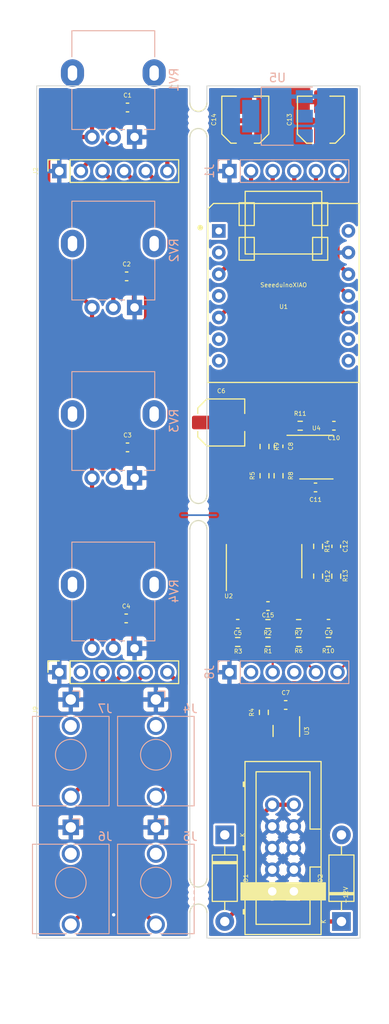
<source format=kicad_pcb>
(kicad_pcb (version 20211014) (generator pcbnew)
  (layers (0 "F.Cu" signal) (31 "B.Cu" signal) (34 "B.Paste" user) (35 "F.Paste" user) (36 "B.SilkS" user "B.Silkscreen") (37 "F.SilkS" user "F.Silkscreen") (38 "B.Mask" user) (39 "F.Mask" user) (44 "Edge.Cuts" user))
  (net 0 "")
  (net 1 "+12V")
  (net 2 "GND")
  (net 3 "+5V")
  (net 4 "/POT1_IN")
  (net 5 "/POT2_IN")
  (net 6 "/POT3_IN")
  (net 7 "/POT4_IN")
  (net 8 "/AUDIO_OUT")
  (net 9 "-12V")
  (net 10 "/VREF_-10")
  (net 11 "+3V3")
  (net 12 "/CV1_IN")
  (net 13 "/CV2_IN")
  (net 14 "/VOCT_IN")
  (net 15 "Net-(D1-Pad2)")
  (net 16 "Net-(D2-Pad1)")
  (net 17 "/JACK_VOCT")
  (net 18 "/JACK_CV1")
  (net 19 "/JACK_CV2")
  (net 20 "/JACK_OUT")
  (net 21 "Net-(C5-Pad1)")
  (net 22 "Net-(C8-Pad2)")
  (net 23 "Net-(U4-Pad6)")
  (net 24 "Net-(C6-Pad2)")
  (net 25 "Net-(C8-Pad1)")
  (net 26 "Net-(C9-Pad1)")
  (net 27 "Net-(C12-Pad1)")
  (net 28 "Net-(J4-PadT)")
  (net 30 "Net-(J5-PadT)")
  (net 33 "Net-(J6-PadT)")
  (net 34 "Net-(J7-PadT)")
  (net 39 "Net-(U2-Pad13)")
  (net 40 "Net-(J2-Pad4)")
  (net 43 "Net-(J2-Pad2)")
  (net 44 "Net-(C2-Pad1)")
  (net 45 "Net-(J2-Pad5)")
  (net 46 "Net-(J2-Pad6)")
  (footprint "Resistor_SMD:R_0603_1608Metric_Pad0.98x0.95mm_HandSolder" (layer "F.Cu") (at 177.1761 115.2526 180)
    (fp_text reference "R1" (at 0 -1.0668 unlocked) (layer "F.SilkS") (effects (font (size 0.5 0.5) (thickness 0.08))))
    (fp_text value "100k")
    (pad "1" smd roundrect locked (at -0.9125 0 180) (size 0.975 0.95) (layers "F.Cu" "F.Paste" "F.Mask") (net 19 "/JACK_CV2"))
    (pad "2" smd roundrect locked (at 0.9125 0 180) (size 0.975 0.95) (layers "F.Cu" "F.Paste" "F.Mask") (net 21 "Net-(C5-Pad1)"))
  )
  (footprint "Panelization:mouse-bite-2mm-slot" (layer "F.Cu") (at 169 100 90)
    (fp_text reference "mouse-bite-2mm-slot" hide)
    (fp_text value "VAL**" hide)
    (pad "" np_thru_hole circle locked (at 0.75 0.75 90) (size 0.5 0.5) (drill 0.5) (layers *.Cu *.Mask))
    (pad "" np_thru_hole circle locked (at 0 0.75 90) (size 0.5 0.5) (drill 0.5) (layers *.Cu *.Mask))
    (pad "" np_thru_hole circle locked (at -0.75 0.75 90) (size 0.5 0.5) (drill 0.5) (layers *.Cu *.Mask))
    (pad "" np_thru_hole circle locked (at 0.75 -0.75 90) (size 0.5 0.5) (drill 0.5) (layers *.Cu *.Mask))
    (pad "" np_thru_hole circle locked (at -0.75 -0.75 90) (size 0.5 0.5) (drill 0.5) (layers *.Cu *.Mask))
    (pad "" np_thru_hole circle locked (at 0 -0.75 90) (size 0.5 0.5) (drill 0.5) (layers *.Cu *.Mask))
  )
  (footprint "Resistor_SMD:R_0603_1608Metric_Pad0.98x0.95mm_HandSolder" (layer "F.Cu") (at 176.7705 92.3145 -90)
    (fp_text reference "R9" (at 0 -1.43 90 unlocked) (layer "F.SilkS") (effects (font (size 0.5 0.5) (thickness 0.08))))
    (fp_text value "68k")
    (pad "1" smd roundrect locked (at -0.9125 0 270) (size 0.975 0.95) (layers "F.Cu" "F.Paste" "F.Mask") (net 25 "Net-(C8-Pad1)"))
    (pad "2" smd roundrect locked (at 0.9125 0 270) (size 0.975 0.95) (layers "F.Cu" "F.Paste" "F.Mask") (net 22 "Net-(C8-Pad2)"))
  )
  (footprint "Resistor_SMD:R_0603_1608Metric_Pad0.98x0.95mm_HandSolder" (layer "F.Cu") (at 183.0708 104.0258 90)
    (fp_text reference "R14" (at -0.0019 1.0668 90 unlocked) (layer "F.SilkS") (effects (font (size 0.5 0.5) (thickness 0.08))))
    (fp_text value "100k")
    (pad "1" smd roundrect locked (at -0.9125 0 90) (size 0.975 0.95) (layers "F.Cu" "F.Paste" "F.Mask") (net 27 "Net-(C12-Pad1)"))
    (pad "2" smd roundrect locked (at 0.9125 0 90) (size 0.975 0.95) (layers "F.Cu" "F.Paste" "F.Mask") (net 14 "/VOCT_IN"))
  )
  (footprint "Resistor_SMD:R_0603_1608Metric_Pad0.98x0.95mm_HandSolder" (layer "F.Cu") (at 177.178 113.1444 180)
    (fp_text reference "R2" (at 0.0284 -1.0414 unlocked) (layer "F.SilkS") (effects (font (size 0.5 0.5) (thickness 0.08))))
    (fp_text value "200k")
    (pad "1" smd roundrect locked (at -0.9125 0 180) (size 0.975 0.95) (layers "F.Cu" "F.Paste" "F.Mask") (net 10 "/VREF_-10"))
    (pad "2" smd roundrect locked (at 0.9125 0 180) (size 0.975 0.95) (layers "F.Cu" "F.Paste" "F.Mask") (net 21 "Net-(C5-Pad1)"))
  )
  (footprint "Connector_PinSocket_2.54mm:PinSocket_1x06_P2.54mm_Vertical" (layer "F.Cu") (at 152.65 60 90)
    (fp_text reference "J2" (at 0 -2.77 90 unlocked) (layer "F.SilkS") (effects (font (size 0.5 0.5) (thickness 0.08))))
    (fp_text value "C2F")
    (pad "1" thru_hole rect locked (at 0 0 90) (size 1.7 1.7) (drill 1) (layers *.Cu *.Mask) (net 2 "GND"))
    (pad "2" thru_hole oval locked (at 0 2.54 90) (size 1.7 1.7) (drill 1) (layers *.Cu *.Mask) (net 43 "Net-(J2-Pad2)"))
    (pad "3" thru_hole oval locked (at 0 5.08 90) (size 1.7 1.7) (drill 1) (layers *.Cu *.Mask) (net 44 "Net-(C2-Pad1)"))
    (pad "4" thru_hole oval locked (at 0 7.62 90) (size 1.7 1.7) (drill 1) (layers *.Cu *.Mask) (net 40 "Net-(J2-Pad4)"))
    (pad "5" thru_hole oval locked (at 0 10.16 90) (size 1.7 1.7) (drill 1) (layers *.Cu *.Mask) (net 45 "Net-(J2-Pad5)"))
    (pad "6" thru_hole oval locked (at 0 12.7 90) (size 1.7 1.7) (drill 1) (layers *.Cu *.Mask) (net 46 "Net-(J2-Pad6)"))
  )
  (footprint "Panelization:mouse-bite-2mm-slot" (layer "F.Cu") (at 169 145 90)
    (fp_text reference "mouse-bite-2mm-slot" hide)
    (fp_text value "VAL**" hide)
    (pad "" np_thru_hole circle locked (at 0 0.75 90) (size 0.5 0.5) (drill 0.5) (layers *.Cu *.Mask))
    (pad "" np_thru_hole circle locked (at -0.75 -0.75 90) (size 0.5 0.5) (drill 0.5) (layers *.Cu *.Mask))
    (pad "" np_thru_hole circle locked (at -0.75 0.75 90) (size 0.5 0.5) (drill 0.5) (layers *.Cu *.Mask))
    (pad "" np_thru_hole circle locked (at 0.75 -0.75 90) (size 0.5 0.5) (drill 0.5) (layers *.Cu *.Mask))
    (pad "" np_thru_hole circle locked (at 0 -0.75 90) (size 0.5 0.5) (drill 0.5) (layers *.Cu *.Mask))
    (pad "" np_thru_hole circle locked (at 0.75 0.75 90) (size 0.5 0.5) (drill 0.5) (layers *.Cu *.Mask))
  )
  (footprint "Capacitor_SMD:C_0603_1608Metric_Pad1.08x0.95mm_HandSolder" (layer "F.Cu") (at 179.26 122.644)
    (fp_text reference "C7" (at 0 -1.43 unlocked) (layer "F.SilkS") (effects (font (size 0.5 0.5) (thickness 0.08))))
    (fp_text value "100n")
    (pad "1" smd roundrect locked (at -0.8625 0) (size 1.075 0.95) (layers "F.Cu" "F.Paste" "F.Mask") (net 10 "/VREF_-10"))
    (pad "2" smd roundrect locked (at 0.8625 0) (size 1.075 0.95) (layers "F.Cu" "F.Paste" "F.Mask") (net 9 "-12V"))
  )
  (footprint "Resistor_SMD:R_0603_1608Metric_Pad0.98x0.95mm_HandSolder" (layer "F.Cu") (at 176.7705 95.7435 90)
    (fp_text reference "R5" (at 0 -1.43 90 unlocked) (layer "F.SilkS") (effects (font (size 0.5 0.5) (thickness 0.08))))
    (fp_text value "47k")
    (pad "1" smd roundrect locked (at -0.9125 0 90) (size 0.975 0.95) (layers "F.Cu" "F.Paste" "F.Mask") (net 24 "Net-(C6-Pad2)"))
    (pad "2" smd roundrect locked (at 0.9125 0 90) (size 0.975 0.95) (layers "F.Cu" "F.Paste" "F.Mask") (net 2 "GND"))
  )
  (footprint "Capacitor_SMD:C_0603_1608Metric_Pad1.08x0.95mm_HandSolder" (layer "F.Cu") (at 173.625 113.119 180)
    (fp_text reference "C5" (at -0.0011 -1.0668 unlocked) (layer "F.SilkS") (effects (font (size 0.5 0.5) (thickness 0.08))))
    (fp_text value "47p")
    (pad "1" smd roundrect locked (at -0.8625 0 180) (size 1.075 0.95) (layers "F.Cu" "F.Paste" "F.Mask") (net 21 "Net-(C5-Pad1)"))
    (pad "2" smd roundrect locked (at 0.8625 0 180) (size 1.075 0.95) (layers "F.Cu" "F.Paste" "F.Mask") (net 12 "/CV1_IN"))
  )
  (footprint "Personal:Seeeduino_XIAO_THT" (layer "F.Cu") (at 179.013151 74.638)
    (fp_text reference "U1" (at 0 1.27 unlocked) (layer "F.SilkS") (effects (font (size 0.5 0.5) (thickness 0.08))))
    (fp_text value "SeeeduinoXIAO" (at 0 -1.27 unlocked) (layer "F.SilkS") (effects (font (size 0.5 0.5) (thickness 0.08))))
    (pad "1" thru_hole rect (at -7.62 -7.62) (size 1.6 1.6) (drill 0.8) (layers *.Cu *.Mask) (net 8 "/AUDIO_OUT"))
    (pad "2" thru_hole oval (at -7.62 -5.08) (size 1.6 1.6) (drill 0.8) (layers *.Cu *.Mask))
    (pad "3" thru_hole oval (at -7.62 -2.54) (size 1.6 1.6) (drill 0.8) (layers *.Cu *.Mask) (net 7 "/POT4_IN"))
    (pad "4" thru_hole oval (at -7.62 0) (size 1.6 1.6) (drill 0.8) (layers *.Cu *.Mask) (net 12 "/CV1_IN"))
    (pad "5" thru_hole oval (at -7.62 2.54) (size 1.6 1.6) (drill 0.8) (layers *.Cu *.Mask) (net 6 "/POT3_IN"))
    (pad "6" thru_hole oval (at -7.62 5.08) (size 1.6 1.6) (drill 0.8) (layers *.Cu *.Mask))
    (pad "7" thru_hole oval (at -7.62 7.62) (size 1.6 1.6) (drill 0.8) (layers *.Cu *.Mask) (net 13 "/CV2_IN"))
    (pad "8" thru_hole oval (at 7.62 7.62) (size 1.6 1.6) (drill 0.8) (layers *.Cu *.Mask) (net 14 "/VOCT_IN"))
    (pad "9" thru_hole oval (at 7.62 5.08) (size 1.6 1.6) (drill 0.8) (layers *.Cu *.Mask))
    (pad "10" thru_hole oval (at 7.62 2.54) (size 1.6 1.6) (drill 0.8) (layers *.Cu *.Mask) (net 5 "/POT2_IN"))
    (pad "11" thru_hole oval (at 7.62 0) (size 1.6 1.6) (drill 0.8) (layers *.Cu *.Mask) (net 4 "/POT1_IN"))
    (pad "12" thru_hole oval (at 7.62 -2.54) (size 1.6 1.6) (drill 0.8) (layers *.Cu *.Mask) (net 11 "+3V3"))
    (pad "13" thru_hole oval (at 7.62 -5.08) (size 1.6 1.6) (drill 0.8) (layers *.Cu *.Mask) (net 2 "GND"))
    (pad "14" thru_hole oval (at 7.62 -7.62) (size 1.6 1.6) (drill 0.8) (layers *.Cu *.Mask) (net 3 "+5V"))
  )
  (footprint "Capacitor_SMD:C_0603_1608Metric_Pad1.08x0.95mm_HandSolder" (layer "F.Cu") (at 184.925 89.878 180)
    (fp_text reference "C10" (at 0 -1.43 unlocked) (layer "F.SilkS") (effects (font (size 0.5 0.5) (thickness 0.08))))
    (fp_text value "100n")
    (pad "1" smd roundrect locked (at -0.8625 0 180) (size 1.075 0.95) (layers "F.Cu" "F.Paste" "F.Mask") (net 1 "+12V"))
    (pad "2" smd roundrect locked (at 0.8625 0 180) (size 1.075 0.95) (layers "F.Cu" "F.Paste" "F.Mask") (net 2 "GND"))
  )
  (footprint "Capacitor_SMD:C_0603_1608Metric_Pad1.08x0.95mm_HandSolder" (layer "F.Cu") (at 177.1769 111.0362)
    (fp_text reference "C15" (at 0.0011 1.0668 unlocked) (layer "F.SilkS") (effects (font (size 0.5 0.5) (thickness 0.08))))
    (fp_text value "100n")
    (pad "1" smd roundrect locked (at -0.8625 0) (size 1.075 0.95) (layers "F.Cu" "F.Paste" "F.Mask") (net 11 "+3V3"))
    (pad "2" smd roundrect locked (at 0.8625 0) (size 1.075 0.95) (layers "F.Cu" "F.Paste" "F.Mask") (net 2 "GND"))
  )
  (footprint "Capacitor_SMD:C_0603_1608Metric_Pad1.08x0.95mm_HandSolder" (layer "F.Cu") (at 160.5145 112.484)
    (fp_text reference "C4" (at 0 -1.43 unlocked) (layer "F.SilkS") (effects (font (size 0.5 0.5) (thickness 0.08))))
    (fp_text value "100n")
    (pad "1" smd roundrect locked (at -0.8625 0) (size 1.075 0.95) (layers "F.Cu" "F.Paste" "F.Mask") (net 45 "Net-(J2-Pad5)"))
    (pad "2" smd roundrect locked (at 0.8625 0) (size 1.075 0.95) (layers "F.Cu" "F.Paste" "F.Mask") (net 2 "GND"))
  )
  (footprint "Resistor_SMD:R_0603_1608Metric_Pad0.98x0.95mm_HandSolder" (layer "F.Cu") (at 184.2881 115.2526)
    (fp_text reference "R10" (at -0.0254 1.0414 unlocked) (layer "F.SilkS") (effects (font (size 0.5 0.5) (thickness 0.08))))
    (fp_text value "56k")
    (pad "1" smd roundrect locked (at -0.9125 0) (size 0.975 0.95) (layers "F.Cu" "F.Paste" "F.Mask") (net 26 "Net-(C9-Pad1)"))
    (pad "2" smd roundrect locked (at 0.9125 0) (size 0.975 0.95) (layers "F.Cu" "F.Paste" "F.Mask") (net 13 "/CV2_IN"))
  )
  (footprint "Resistor_SMD:R_0603_1608Metric_Pad0.98x0.95mm_HandSolder" (layer "F.Cu") (at 176.6935 123.5095 90)
    (fp_text reference "R4" (at 0 -1.43 90 unlocked) (layer "F.SilkS") (effects (font (size 0.5 0.5) (thickness 0.08))))
    (fp_text value "2.2k")
    (pad "1" smd roundrect locked (at -0.9125 0 90) (size 0.975 0.95) (layers "F.Cu" "F.Paste" "F.Mask") (net 1 "+12V"))
    (pad "2" smd roundrect locked (at 0.9125 0 90) (size 0.975 0.95) (layers "F.Cu" "F.Paste" "F.Mask") (net 10 "/VREF_-10"))
  )
  (footprint "Capacitor_SMD:C_Elec_5x5.8" (layer "F.Cu") (at 183.401 53.9675 90)
    (fp_text reference "C13" (at 0 -3.7 90 unlocked) (layer "F.SilkS") (effects (font (size 0.5 0.5) (thickness 0.08))))
    (fp_text value "10u")
    (pad "1" smd roundrect locked (at -2.0625 0 90) (size 2.775 1.6) (layers "F.Cu" "F.Paste" "F.Mask") (roundrect_rratio 0.15625) (net 1 "+12V"))
    (pad "2" smd roundrect locked (at 2.0625 0 90) (size 2.775 1.6) (layers "F.Cu" "F.Paste" "F.Mask") (roundrect_rratio 0.15625) (net 2 "GND"))
  )
  (footprint "Capacitor_SMD:C_0603_1608Metric_Pad1.08x0.95mm_HandSolder" (layer "F.Cu") (at 178.4215 92.291 -90)
    (fp_text reference "C8" (at 0 -1.43 90 unlocked) (layer "F.SilkS") (effects (font (size 0.5 0.5) (thickness 0.08))))
    (fp_text value "47p")
    (pad "1" smd roundrect locked (at -0.8625 0 270) (size 1.075 0.95) (layers "F.Cu" "F.Paste" "F.Mask") (net 25 "Net-(C8-Pad1)"))
    (pad "2" smd roundrect locked (at 0.8625 0 270) (size 1.075 0.95) (layers "F.Cu" "F.Paste" "F.Mask") (net 22 "Net-(C8-Pad2)"))
  )
  (footprint "Capacitor_SMD:C_Elec_5x5.8" (layer "F.Cu") (at 174.511 53.965 90)
    (fp_text reference "C14" (at 0 -3.7 90 unlocked) (layer "F.SilkS") (effects (font (size 0.5 0.5) (thickness 0.08))))
    (fp_text value "10u")
    (pad "1" smd roundrect locked (at -2.0625 0 90) (size 2.775 1.6) (layers "F.Cu" "F.Paste" "F.Mask") (roundrect_rratio 0.15625) (net 3 "+5V"))
    (pad "2" smd roundrect locked (at 2.0625 0 90) (size 2.775 1.6) (layers "F.Cu" "F.Paste" "F.Mask") (roundrect_rratio 0.15625) (net 2 "GND"))
  )
  (footprint "Package_TO_SOT_SMD:SOT-23" (layer "F.Cu") (at 179.337 125.692 -90)
    (fp_text reference "U3" (at 0 -2.4 90 unlocked) (layer "F.SilkS") (effects (font (size 0.5 0.5) (thickness 0.08))))
    (fp_text value "LM4040DBZ-10")
    (pad "1" smd roundrect locked (at -0.9375 -0.95 270) (size 1.475 0.6) (layers "F.Cu" "F.Paste" "F.Mask") (net 9 "-12V"))
    (pad "2" smd roundrect locked (at -0.9375 0.95 270) (size 1.475 0.6) (layers "F.Cu" "F.Paste" "F.Mask") (net 10 "/VREF_-10"))
    (pad "3" smd roundrect locked (at 0.9375 0 270) (size 1.475 0.6) (layers "F.Cu" "F.Paste" "F.Mask"))
  )
  (footprint "Capacitor_SMD:C_0603_1608Metric_Pad1.08x0.95mm_HandSolder" (layer "F.Cu") (at 160.5675 72.352)
    (fp_text reference "C2" (at 0 -1.43 unlocked) (layer "F.SilkS") (effects (font (size 0.5 0.5) (thickness 0.08))))
    (fp_text value "100n")
    (pad "1" smd roundrect locked (at -0.8625 0) (size 1.075 0.95) (layers "F.Cu" "F.Paste" "F.Mask") (net 44 "Net-(C2-Pad1)"))
    (pad "2" smd roundrect locked (at 0.8625 0) (size 1.075 0.95) (layers "F.Cu" "F.Paste" "F.Mask") (net 2 "GND"))
  )
  (footprint "Resistor_SMD:R_0603_1608Metric_Pad0.98x0.95mm_HandSolder" (layer "F.Cu") (at 183.0708 107.5291 90)
    (fp_text reference "R12" (at -0.0019 1.1176 90 unlocked) (layer "F.SilkS") (effects (font (size 0.5 0.5) (thickness 0.08))))
    (fp_text value "100k")
    (pad "1" smd roundrect locked (at -0.9125 0 90) (size 0.975 0.95) (layers "F.Cu" "F.Paste" "F.Mask") (net 18 "/JACK_CV1"))
    (pad "2" smd roundrect locked (at 0.9125 0 90) (size 0.975 0.95) (layers "F.Cu" "F.Paste" "F.Mask") (net 27 "Net-(C12-Pad1)"))
  )
  (footprint "Connector_PinSocket_2.54mm:PinSocket_1x06_P2.54mm_Vertical" (layer "F.Cu") (at 152.65 118.8 90)
    (fp_text reference "J9" (at -4.414917 -2.799402 90 unlocked) (layer "F.SilkS") (effects (font (size 0.5 0.5) (thickness 0.08))))
    (fp_text value "C1F")
    (pad "1" thru_hole rect locked (at 0 0 90) (size 1.7 1.7) (drill 1) (layers *.Cu *.Mask) (net 2 "GND"))
    (pad "2" thru_hole oval locked (at 0 2.54 90) (size 1.7 1.7) (drill 1) (layers *.Cu *.Mask))
    (pad "3" thru_hole oval locked (at 0 5.08 90) (size 1.7 1.7) (drill 1) (layers *.Cu *.Mask) (net 34 "Net-(J7-PadT)"))
    (pad "4" thru_hole oval locked (at 0 7.62 90) (size 1.7 1.7) (drill 1) (layers *.Cu *.Mask) (net 33 "Net-(J6-PadT)"))
    (pad "5" thru_hole oval locked (at 0 10.16 90) (size 1.7 1.7) (drill 1) (layers *.Cu *.Mask) (net 30 "Net-(J5-PadT)"))
    (pad "6" thru_hole oval locked (at 0 12.7 90) (size 1.7 1.7) (drill 1) (layers *.Cu *.Mask) (net 28 "Net-(J4-PadT)"))
  )
  (footprint "Capacitor_SMD:C_0603_1608Metric_Pad1.08x0.95mm_HandSolder" (layer "F.Cu") (at 182.766 97.117 180)
    (fp_text reference "C11" (at 0 -1.43 unlocked) (layer "F.SilkS") (effects (font (size 0.5 0.5) (thickness 0.08))))
    (fp_text value "100n")
    (pad "1" smd roundrect locked (at -0.8625 0 180) (size 1.075 0.95) (layers "F.Cu" "F.Paste" "F.Mask") (net 2 "GND"))
    (pad "2" smd roundrect locked (at 0.8625 0 180) (size 1.075 0.95) (layers "F.Cu" "F.Paste" "F.Mask") (net 9 "-12V"))
  )
  (footprint "Resistor_SMD:R_0603_1608Metric_Pad0.98x0.95mm_HandSolder" (layer "F.Cu") (at 178.4215 95.7435 -90)
    (fp_text reference "R8" (at 0 -1.43 90 unlocked) (layer "F.SilkS") (effects (font (size 0.5 0.5) (thickness 0.08))))
    (fp_text value "22k")
    (pad "1" smd roundrect locked (at -0.9125 0 270) (size 0.975 0.95) (layers "F.Cu" "F.Paste" "F.Mask") (net 22 "Net-(C8-Pad2)"))
    (pad "2" smd roundrect locked (at 0.9125 0 270) (size 0.975 0.95) (layers "F.Cu" "F.Paste" "F.Mask") (net 24 "Net-(C6-Pad2)"))
  )
  (footprint "Resistor_SMD:R_0603_1608Metric_Pad0.98x0.95mm_HandSolder" (layer "F.Cu") (at 185.2044 107.5291 90)
    (fp_text reference "R13" (at 0.0489 1.0668 90 unlocked) (layer "F.SilkS") (effects (font (size 0.5 0.5) (thickness 0.08))))
    (fp_text value "200k")
    (pad "1" smd roundrect locked (at -0.9125 0 90) (size 0.975 0.95) (layers "F.Cu" "F.Paste" "F.Mask") (net 10 "/VREF_-10"))
    (pad "2" smd roundrect locked (at 0.9125 0 90) (size 0.975 0.95) (layers "F.Cu" "F.Paste" "F.Mask") (net 27 "Net-(C12-Pad1)"))
  )
  (footprint "Custom_Footprints:Eurorack_10_pin_header" (layer "F.Cu") (at 180.2185 144.508 90)
    (fp_text reference "J3" hide)
    (fp_text value "Eurorack Power")
    (fp_text user "-12V" (at -0.45 6.1 90 unlocked) (layer "F.SilkS") (effects (font (size 0.5 0.5) (thickness 0.08))))
    (pad "1" thru_hole rect locked (at 0 0 90) (size 1.7 1.7) (drill 1) (layers *.Cu *.Mask) (net 16 "Net-(D2-Pad1)"))
    (pad "2" thru_hole circle locked (at 0 -2.54 90) (size 1.7 1.7) (drill 1) (layers *.Cu *.Mask) (net 16 "Net-(D2-Pad1)"))
    (pad "3" thru_hole circle locked (at 2.54 0 90) (size 1.7 1.7) (drill 1) (layers *.Cu *.Mask) (net 2 "GND"))
    (pad "4" thru_hole circle locked (at 2.54 -2.54 90) (size 1.7 1.7) (drill 1) (layers *.Cu *.Mask) (net 2 "GND"))
    (pad "5" thru_hole circle locked (at 5.08 0 90) (size 1.7 1.7) (drill 1) (layers *.Cu *.Mask) (net 2 "GND"))
    (pad "6" thru_hole circle locked (at 5.08 -2.54 90) (size 1.7 1.7) (drill 1) (layers *.Cu *.Mask) (net 2 "GND"))
    (pad "7" thru_hole circle locked (at 7.62 0 90) (size 1.7 1.7) (drill 1) (layers *.Cu *.Mask) (net 2 "GND"))
    (pad "8" thru_hole circle locked (at 7.62 -2.54 90) (size 1.7 1.7) (drill 1) (layers *.Cu *.Mask) (net 2 "GND"))
    (pad "9" thru_hole circle locked (at 10.16 0 90) (size 1.7 1.7) (drill 1) (layers *.Cu *.Mask) (net 15 "Net-(D1-Pad2)"))
    (pad "10" thru_hole circle locked (at 10.16 -2.54 90) (size 1.7 1.7) (drill 1) (layers *.Cu *.Mask) (net 15 "Net-(D1-Pad2)"))
  )
  (footprint "Diode_THT:D_DO-41_SOD81_P10.16mm_Horizontal" (layer "F.Cu") (at 172.098 137.884 -90)
    (fp_text reference "D1" (at 5.08 -2.47 90 unlocked) (layer "F.SilkS") (effects (font (size 0.5 0.5) (thickness 0.08))))
    (fp_text value "1N4001")
    (fp_text user "K" (at 0 -2.1 90 unlocked) (layer "F.SilkS") (effects (font (size 0.5 0.5) (thickness 0.08))))
    (pad "1" thru_hole rect locked (at 0 0 270) (size 2.2 2.2) (drill 1.1) (layers *.Cu *.Mask) (net 1 "+12V"))
    (pad "2" thru_hole oval locked (at 10.16 0 270) (size 2.2 2.2) (drill 1.1) (layers *.Cu *.Mask) (net 15 "Net-(D1-Pad2)"))
  )
  (footprint "Resistor_SMD:R_0603_1608Metric_Pad0.98x0.95mm_HandSolder" (layer "F.Cu") (at 173.622 115.2526 180)
    (fp_text reference "R3" (at -0.0508 -1.0922 unlocked) (layer "F.SilkS") (effects (font (size 0.5 0.5) (thickness 0.08))))
    (fp_text value "100k")
    (pad "1" smd roundrect locked (at -0.9125 0 180) (size 0.975 0.95) (layers "F.Cu" "F.Paste" "F.Mask") (net 21 "Net-(C5-Pad1)"))
    (pad "2" smd roundrect locked (at 0.9125 0 180) (size 0.975 0.95) (layers "F.Cu" "F.Paste" "F.Mask") (net 12 "/CV1_IN"))
  )
  (footprint "Resistor_SMD:R_0603_1608Metric_Pad0.98x0.95mm_HandSolder" (layer "F.Cu") (at 180.7848 113.1444)
    (fp_text reference "R7" (at 0 1.0414 unlocked) (layer "F.SilkS") (effects (font (size 0.5 0.5) (thickness 0.08))))
    (fp_text value "180k")
    (pad "1" smd roundrect locked (at -0.9125 0) (size 0.975 0.95) (layers "F.Cu" "F.Paste" "F.Mask") (net 10 "/VREF_-10"))
    (pad "2" smd roundrect locked (at 0.9125 0) (size 0.975 0.95) (layers "F.Cu" "F.Paste" "F.Mask") (net 26 "Net-(C9-Pad1)"))
  )
  (footprint "Capacitor_SMD:C_0603_1608Metric_Pad1.08x0.95mm_HandSolder" (layer "F.Cu") (at 184.2889 113.119)
    (fp_text reference "C9" (at 0.0235 1.0414 unlocked) (layer "F.SilkS") (effects (font (size 0.5 0.5) (thickness 0.08))))
    (fp_text value "47p")
    (pad "1" smd roundrect locked (at -0.8625 0) (size 1.075 0.95) (layers "F.Cu" "F.Paste" "F.Mask") (net 26 "Net-(C9-Pad1)"))
    (pad "2" smd roundrect locked (at 0.8625 0) (size 1.075 0.95) (layers "F.Cu" "F.Paste" "F.Mask") (net 13 "/CV2_IN"))
  )
  (footprint "Capacitor_SMD:C_0603_1608Metric_Pad1.08x0.95mm_HandSolder" (layer "F.Cu") (at 185.2044 104.0266 90)
    (fp_text reference "C12" (at -0.0011 1.0668 90 unlocked) (layer "F.SilkS") (effects (font (size 0.5 0.5) (thickness 0.08))))
    (fp_text value "47p")
    (pad "1" smd roundrect locked (at -0.8625 0 90) (size 1.075 0.95) (layers "F.Cu" "F.Paste" "F.Mask") (net 27 "Net-(C12-Pad1)"))
    (pad "2" smd roundrect locked (at 0.8625 0 90) (size 1.075 0.95) (layers "F.Cu" "F.Paste" "F.Mask") (net 14 "/VOCT_IN"))
  )
  (footprint "Panelization:mouse-bite-2mm-slot" (layer "F.Cu") (at 169 54 90)
    (fp_text reference "mouse-bite-2mm-slot" hide)
    (fp_text value "VAL**" hide)
    (pad "" np_thru_hole circle locked (at 0.75 0.75 90) (size 0.5 0.5) (drill 0.5) (layers *.Cu *.Mask))
    (pad "" np_thru_hole circle locked (at 0 0.75 90) (size 0.5 0.5) (drill 0.5) (layers *.Cu *.Mask))
    (pad "" np_thru_hole circle locked (at 0 -0.75 90) (size 0.5 0.5) (drill 0.5) (layers *.Cu *.Mask))
    (pad "" np_thru_hole circle locked (at -0.75 0.75 90) (size 0.5 0.5) (drill 0.5) (layers *.Cu *.Mask))
    (pad "" np_thru_hole circle locked (at 0.75 -0.75 90) (size 0.5 0.5) (drill 0.5) (layers *.Cu *.Mask))
    (pad "" np_thru_hole circle locked (at -0.75 -0.75 90) (size 0.5 0.5) (drill 0.5) (layers *.Cu *.Mask))
  )
  (footprint "Capacitor_SMD:C_0603_1608Metric_Pad1.08x0.95mm_HandSolder" (layer "F.Cu") (at 160.668 52.54)
    (fp_text reference "C1" (at 0 -1.43 unlocked) (layer "F.SilkS") (effects (font (size 0.5 0.5) (thickness 0.08))))
    (fp_text value "100n")
    (pad "1" smd roundrect locked (at -0.8625 0) (size 1.075 0.95) (layers "F.Cu" "F.Paste" "F.Mask") (net 43 "Net-(J2-Pad2)"))
    (pad "2" smd roundrect locked (at 0.8625 0) (size 1.075 0.95) (layers "F.Cu" "F.Paste" "F.Mask") (net 2 "GND"))
  )
  (footprint "Diode_THT:D_DO-41_SOD81_P10.16mm_Horizontal" (layer "F.Cu") (at 185.814 148.044 90)
    (fp_text reference "D2" (at 5.08 -2.47 90 unlocked) (layer "F.SilkS") (effects (font (size 0.5 0.5) (thickness 0.08))))
    (fp_text value "1N4001")
    (fp_text user "K" (at 0 -2.1 90 unlocked) (layer "F.SilkS") (effects (font (size 0.5 0.5) (thickness 0.08))))
    (pad "1" thru_hole rect locked (at 0 0 90) (size 2.2 2.2) (drill 1.1) (layers *.Cu *.Mask) (net 16 "Net-(D2-Pad1)"))
    (pad "2" thru_hole oval locked (at 10.16 0 90) (size 2.2 2.2) (drill 1.1) (layers *.Cu *.Mask) (net 9 "-12V"))
  )
  (footprint "Capacitor_SMD:C_Elec_5x5.8" (layer "F.Cu") (at 171.6865 89.497)
    (fp_text reference "C6" (at 0 -3.7 unlocked) (layer "F.SilkS") (effects (font (size 0.5 0.5) (thickness 0.08))))
    (fp_text value "1u")
    (pad "1" smd roundrect locked (at -2.0625 0) (size 2.775 1.6) (layers "F.Cu" "F.Paste" "F.Mask") (roundrect_rratio 0.15625) (net 8 "/AUDIO_OUT"))
    (pad "2" smd roundrect locked (at 2.0625 0) (size 2.775 1.6) (layers "F.Cu" "F.Paste" "F.Mask") (roundrect_rratio 0.15625) (net 24 "Net-(C6-Pad2)"))
  )
  (footprint "Resistor_SMD:R_0603_1608Metric_Pad0.98x0.95mm_HandSolder" (layer "F.Cu") (at 180.9615 89.878)
    (fp_text reference "R11" (at 0 -1.43 unlocked) (layer "F.SilkS") (effects (font (size 0.5 0.5) (thickness 0.08))))
    (fp_text value "1k")
    (pad "1" smd roundrect locked (at -0.9125 0) (size 0.975 0.95) (layers "F.Cu" "F.Paste" "F.Mask") (net 20 "/JACK_OUT"))
    (pad "2" smd roundrect locked (at 0.9125 0) (size 0.975 0.95) (layers "F.Cu" "F.Paste" "F.Mask") (net 25 "Net-(C8-Pad1)"))
  )
  (footprint "Package_SO:SOIC-8_3.9x4.9mm_P1.27mm" (layer "F.Cu") (at 182.8665 93.561)
    (fp_text reference "U4" (at 0 -3.4 unlocked) (layer "F.SilkS") (effects (font (size 0.5 0.5) (thickness 0.08))))
    (fp_text value "TL072")
    (pad "1" smd roundrect locked (at -2.475 -1.905) (size 1.95 0.6) (layers "F.Cu" "F.Paste" "F.Mask") (net 25 "Net-(C8-Pad1)"))
    (pad "2" smd roundrect locked (at -2.475 -0.635) (size 1.95 0.6) (layers "F.Cu" "F.Paste" "F.Mask") (net 2 "GND"))
    (pad "3" smd roundrect locked (at -2.475 0.635) (size 1.95 0.6) (layers "F.Cu" "F.Paste" "F.Mask") (net 22 "Net-(C8-Pad2)"))
    (pad "4" smd roundrect locked (at -2.475 1.905) (size 1.95 0.6) (layers "F.Cu" "F.Paste" "F.Mask") (net 9 "-12V"))
    (pad "5" smd roundrect locked (at 2.475 1.905) (size 1.95 0.6) (layers "F.Cu" "F.Paste" "F.Mask") (net 2 "GND"))
    (pad "6" smd roundrect locked (at 2.475 0.635) (size 1.95 0.6) (layers "F.Cu" "F.Paste" "F.Mask") (net 23 "Net-(U4-Pad6)"))
    (pad "7" smd roundrect locked (at 2.475 -0.635) (size 1.95 0.6) (layers "F.Cu" "F.Paste" "F.Mask") (net 23 "Net-(U4-Pad6)"))
    (pad "8" smd roundrect locked (at 2.475 -1.905) (size 1.95 0.6) (layers "F.Cu" "F.Paste" "F.Mask") (net 1 "+12V"))
  )
  (footprint "Capacitor_SMD:C_0603_1608Metric_Pad1.08x0.95mm_HandSolder" (layer "F.Cu") (at 160.668 92.418)
    (fp_text reference "C3" (at 0 -1.43 unlocked) (layer "F.SilkS") (effects (font (size 0.5 0.5) (thickness 0.08))))
    (fp_text value "100n")
    (pad "1" smd roundrect locked (at -0.8625 0) (size 1.075 0.95) (layers "F.Cu" "F.Paste" "F.Mask") (net 40 "Net-(J2-Pad4)"))
    (pad "2" smd roundrect locked (at 0.8625 0) (size 1.075 0.95) (layers "F.Cu" "F.Paste" "F.Mask") (net 2 "GND"))
  )
  (footprint "Resistor_SMD:R_0603_1608Metric_Pad0.98x0.95mm_HandSolder" (layer "F.Cu") (at 180.7848 115.2526)
    (fp_text reference "R6" (at 0 1.0338 unlocked) (layer "F.SilkS") (effects (font (size 0.5 0.5) (thickness 0.08))))
    (fp_text value "100k")
    (pad "1" smd roundrect locked (at -0.9125 0) (size 0.975 0.95) (layers "F.Cu" "F.Paste" "F.Mask") (net 17 "/JACK_VOCT"))
    (pad "2" smd roundrect locked (at 0.9125 0) (size 0.975 0.95) (layers "F.Cu" "F.Paste" "F.Mask") (net 26 "Net-(C9-Pad1)"))
  )
  (footprint "Package_SO:SOIC-14_3.9x8.7mm_P1.27mm" (layer "F.Cu") (at 176.7208 105.7672 90)
    (fp_text reference "U2" (at -4.1006 -4.1656 unlocked) (layer "F.SilkS") (effects (font (size 0.5 0.5) (thickness 0.08))))
    (fp_text value "MCP6004")
    (pad "1" smd roundrect locked (at -2.475 -3.81 90) (size 1.95 0.6) (layers "F.Cu" "F.Paste" "F.Mask") (net 12 "/CV1_IN"))
    (pad "2" smd roundrect locked (at -2.475 -2.54 90) (size 1.95 0.6) (layers "F.Cu" "F.Paste" "F.Mask") (net 21 "Net-(C5-Pad1)"))
    (pad "3" smd roundrect locked (at -2.475 -1.27 90) (size 1.95 0.6) (layers "F.Cu" "F.Paste" "F.Mask") (net 2 "GND"))
    (pad "4" smd roundrect locked (at -2.475 0 90) (size 1.95 0.6) (layers "F.Cu" "F.Paste" "F.Mask") (net 11 "+3V3"))
    (pad "5" smd roundrect locked (at -2.475 1.27 90) (size 1.95 0.6) (layers "F.Cu" "F.Paste" "F.Mask") (net 2 "GND"))
    (pad "6" smd roundrect locked (at -2.475 2.54 90) (size 1.95 0.6) (layers "F.Cu" "F.Paste" "F.Mask") (net 26 "Net-(C9-Pad1)"))
    (pad "7" smd roundrect locked (at -2.475 3.81 90) (size 1.95 0.6) (layers "F.Cu" "F.Paste" "F.Mask") (net 13 "/CV2_IN"))
    (pad "8" smd roundrect locked (at 2.475 3.81 90) (size 1.95 0.6) (layers "F.Cu" "F.Paste" "F.Mask") (net 14 "/VOCT_IN"))
    (pad "9" smd roundrect locked (at 2.475 2.54 90) (size 1.95 0.6) (layers "F.Cu" "F.Paste" "F.Mask") (net 27 "Net-(C12-Pad1)"))
    (pad "10" smd roundrect locked (at 2.475 1.27 90) (size 1.95 0.6) (layers "F.Cu" "F.Paste" "F.Mask") (net 2 "GND"))
    (pad "11" smd roundrect locked (at 2.475 0 90) (size 1.95 0.6) (layers "F.Cu" "F.Paste" "F.Mask") (net 2 "GND"))
    (pad "12" smd roundrect locked (at 2.475 -1.27 90) (size 1.95 0.6) (layers "F.Cu" "F.Paste" "F.Mask") (net 2 "GND"))
    (pad "13" smd roundrect locked (at 2.475 -2.54 90) (size 1.95 0.6) (layers "F.Cu" "F.Paste" "F.Mask") (net 39 "Net-(U2-Pad13)"))
    (pad "14" smd roundrect locked (at 2.475 -3.81 90) (size 1.95 0.6) (layers "F.Cu" "F.Paste" "F.Mask") (net 39 "Net-(U2-Pad13)"))
  )
  (footprint "Connector_Audio:Jack_3.5mm_QingPu_WQP-PJ398SM_Vertical_CircularHoles" (layer "B.Cu") (at 164 137 180)
    (fp_text reference "J5" (at -4.03 -1.08) (layer "B.SilkS") (effects (justify mirror)))
    (fp_text value "V/OCT")
    (pad "S" thru_hole rect locked (at 0 0) (size 1.93 1.83) (drill 1.22) (layers *.Cu *.Mask) (net 2 "GND"))
    (pad "T" thru_hole circle locked (at 0 -11.4) (size 2.13 2.13) (drill 1.43) (layers *.Cu *.Mask) (net 30 "Net-(J5-PadT)"))
    (pad "TN" thru_hole circle locked (at 0 -3.1) (size 2.13 2.13) (drill 1.42) (layers *.Cu *.Mask))
  )
  (footprint "Connector_PinHeader_2.54mm:PinHeader_1x06_P2.54mm_Vertical" (layer "B.Cu") (at 172.65 118.8 -90)
    (fp_text reference "J8" (at 0 2.33 90) (layer "B.SilkS") (effects (justify mirror)))
    (fp_text value "C1M")
    (pad "1" thru_hole rect locked (at 0 0 270) (size 1.7 1.7) (drill 1) (layers *.Cu *.Mask) (net 2 "GND"))
    (pad "2" thru_hole oval locked (at 0 -2.54 270) (size 1.7 1.7) (drill 1) (layers *.Cu *.Mask))
    (pad "3" thru_hole oval locked (at 0 -5.08 270) (size 1.7 1.7) (drill 1) (layers *.Cu *.Mask) (net 19 "/JACK_CV2"))
    (pad "4" thru_hole oval locked (at 0 -7.62 270) (size 1.7 1.7) (drill 1) (layers *.Cu *.Mask) (net 20 "/JACK_OUT"))
    (pad "5" thru_hole oval locked (at 0 -10.16 270) (size 1.7 1.7) (drill 1) (layers *.Cu *.Mask) (net 17 "/JACK_VOCT"))
    (pad "6" thru_hole oval locked (at 0 -12.7 270) (size 1.7 1.7) (drill 1) (layers *.Cu *.Mask) (net 18 "/JACK_CV1"))
  )
  (footprint "Connector_Audio:Jack_3.5mm_QingPu_WQP-PJ398SM_Vertical_CircularHoles" (layer "B.Cu") (at 154 137 180)
    (fp_text reference "J6" (at -4.03 -1.08) (layer "B.SilkS") (effects (justify mirror)))
    (fp_text value "OUT")
    (pad "S" thru_hole rect locked (at 0 0) (size 1.93 1.83) (drill 1.22) (layers *.Cu *.Mask) (net 2 "GND"))
    (pad "T" thru_hole circle locked (at 0 -11.4) (size 2.13 2.13) (drill 1.43) (layers *.Cu *.Mask) (net 33 "Net-(J6-PadT)"))
    (pad "TN" thru_hole circle locked (at 0 -3.1) (size 2.13 2.13) (drill 1.42) (layers *.Cu *.Mask))
  )
  (footprint "Connector_PinHeader_2.54mm:PinHeader_1x06_P2.54mm_Vertical" (layer "B.Cu") (at 172.65 60 -90)
    (fp_text reference "J1" (at 0 2.33 90) (layer "B.SilkS") (effects (justify mirror)))
    (fp_text value "C2M")
    (pad "1" thru_hole rect locked (at 0 0 270) (size 1.7 1.7) (drill 1) (layers *.Cu *.Mask) (net 2 "GND"))
    (pad "2" thru_hole oval locked (at 0 -2.54 270) (size 1.7 1.7) (drill 1) (layers *.Cu *.Mask) (net 7 "/POT4_IN"))
    (pad "3" thru_hole oval locked (at 0 -5.08 270) (size 1.7 1.7) (drill 1) (layers *.Cu *.Mask) (net 6 "/POT3_IN"))
    (pad "4" thru_hole oval locked (at 0 -7.62 270) (size 1.7 1.7) (drill 1) (layers *.Cu *.Mask) (net 5 "/POT2_IN"))
    (pad "5" thru_hole oval locked (at 0 -10.16 270) (size 1.7 1.7) (drill 1) (layers *.Cu *.Mask) (net 4 "/POT1_IN"))
    (pad "6" thru_hole oval locked (at 0 -12.7 270) (size 1.7 1.7) (drill 1) (layers *.Cu *.Mask) (net 11 "+3V3"))
  )
  (footprint "Package_TO_SOT_SMD:SOT-223-3_TabPin2" (layer "B.Cu") (at 178.296 53.556 180)
    (fp_text reference "U5" (at 0 4.5) (layer "B.SilkS") (effects (justify mirror)))
    (fp_text value "LM1117-5.0")
    (pad "1" smd rect locked (at -3.15 2.3 180) (size 2 1.5) (layers "B.Cu" "B.Paste" "B.Mask") (net 2 "GND"))
    (pad "2" smd rect locked (at 3.15 0 180) (size 2 3.8) (layers "B.Cu" "B.Paste" "B.Mask") (net 3 "+5V"))
    (pad "2" smd rect locked (at -3.15 0 180) (size 2 1.5) (layers "B.Cu" "B.Paste" "B.Mask") (net 3 "+5V"))
    (pad "3" smd rect locked (at -3.15 -2.3 180) (size 2 1.5) (layers "B.Cu" "B.Paste" "B.Mask") (net 1 "+12V"))
  )
  (footprint "Connector_Audio:Jack_3.5mm_QingPu_WQP-PJ398SM_Vertical_CircularHoles" (layer "B.Cu") (at 164 122 180)
    (fp_text reference "J4" (at -4.03 -1.08) (layer "B.SilkS") (effects (justify mirror)))
    (fp_text value "CV1")
    (pad "S" thru_hole rect locked (at 0 0) (size 1.93 1.83) (drill 1.22) (layers *.Cu *.Mask) (net 2 "GND"))
    (pad "T" thru_hole circle locked (at 0 -11.4) (size 2.13 2.13) (drill 1.43) (layers *.Cu *.Mask) (net 28 "Net-(J4-PadT)"))
    (pad "TN" thru_hole circle locked (at 0 -3.1) (size 2.13 2.13) (drill 1.42) (layers *.Cu *.Mask))
  )
  (footprint "Connector_Audio:Jack_3.5mm_QingPu_WQP-PJ398SM_Vertical_CircularHoles" (layer "B.Cu") (at 154 122 180)
    (fp_text reference "J7" (at -4.03 -1.08) (layer "B.SilkS") (effects (justify mirror)))
    (fp_text value "CV2")
    (pad "S" thru_hole rect locked (at 0 0) (size 1.93 1.83) (drill 1.22) (layers *.Cu *.Mask) (net 2 "GND"))
    (pad "T" thru_hole circle locked (at 0 -11.4) (size 2.13 2.13) (drill 1.43) (layers *.Cu *.Mask) (net 34 "Net-(J7-PadT)"))
    (pad "TN" thru_hole circle locked (at 0 -3.1) (size 2.13 2.13) (drill 1.42) (layers *.Cu *.Mask))
  )
  (footprint "Potentiometer_THT:Potentiometer_Alpha_RD901F-40-00D_Single_Vertical" (layer "B.Cu") (at 161.5 76 90)
    (fp_text reference "RV2" (at 6.71 4.64 90) (layer "B.SilkS") (effects (justify mirror)))
    (fp_text value "B10k")
    (pad "" thru_hole oval locked (at 7.5 -7.3) (size 2.72 3.24) (drill oval 1.1 1.8) (layers *.Cu *.Mask))
    (pad "" thru_hole oval locked (at 7.5 2.3) (size 2.72 3.24) (drill oval 1.1 1.8) (layers *.Cu *.Mask))
    (pad "1" thru_hole rect locked (at 0 0) (size 1.8 1.8) (drill 1) (layers *.Cu *.Mask) (net 2 "GND"))
    (pad "2" thru_hole circle locked (at 0 -2.5) (size 1.8 1.8) (drill 1) (layers *.Cu *.Mask) (net 44 "Net-(C2-Pad1)"))
    (pad "3" thru_hole circle locked (at 0 -5) (size 1.8 1.8) (drill 1) (layers *.Cu *.Mask) (net 46 "Net-(J2-Pad6)"))
  )
  (footprint "Potentiometer_THT:Potentiometer_Alpha_RD901F-40-00D_Single_Vertical" (layer "B.Cu") (at 161.5 116 90)
    (fp_text reference "RV4" (at 6.71 4.64 90) (layer "B.SilkS") (effects (justify mirror)))
    (fp_text value "B10k")
    (pad "" thru_hole oval locked (at 7.5 2.3) (size 2.72 3.24) (drill oval 1.1 1.8) (layers *.Cu *.Mask))
    (pad "" thru_hole oval locked (at 7.5 -7.3) (size 2.72 3.24) (drill oval 1.1 1.8) (layers *.Cu *.Mask))
    (pad "1" thru_hole rect locked (at 0 0) (size 1.8 1.8) (drill 1) (layers *.Cu *.Mask) (net 2 "GND"))
    (pad "2" thru_hole circle locked (at 0 -2.5) (size 1.8 1.8) (drill 1) (layers *.Cu *.Mask) (net 45 "Net-(J2-Pad5)"))
    (pad "3" thru_hole circle locked (at 0 -5) (size 1.8 1.8) (drill 1) (layers *.Cu *.Mask) (net 46 "Net-(J2-Pad6)"))
  )
  (footprint "Potentiometer_THT:Potentiometer_Alpha_RD901F-40-00D_Single_Vertical" (layer "B.Cu") (at 161.5 56 90)
    (fp_text reference "RV1" (at 6.71 4.64 90) (layer "B.SilkS") (effects (justify mirror)))
    (fp_text value "B10k")
    (pad "" thru_hole oval locked (at 7.5 -7.3) (size 2.72 3.24) (drill oval 1.1 1.8) (layers *.Cu *.Mask))
    (pad "" thru_hole oval locked (at 7.5 2.3) (size 2.72 3.24) (drill oval 1.1 1.8) (layers *.Cu *.Mask))
    (pad "1" thru_hole rect locked (at 0 0) (size 1.8 1.8) (drill 1) (layers *.Cu *.Mask) (net 2 "GND"))
    (pad "2" thru_hole circle locked (at 0 -2.5) (size 1.8 1.8) (drill 1) (layers *.Cu *.Mask) (net 43 "Net-(J2-Pad2)"))
    (pad "3" thru_hole circle locked (at 0 -5) (size 1.8 1.8) (drill 1) (layers *.Cu *.Mask) (net 46 "Net-(J2-Pad6)"))
  )
  (footprint "Potentiometer_THT:Potentiometer_Alpha_RD901F-40-00D_Single_Vertical" (layer "B.Cu") (at 161.5 96 90)
    (fp_text reference "RV3" (at 6.71 4.64 90) (layer "B.SilkS") (effects (justify mirror)))
    (fp_text value "B10k")
    (pad "" thru_hole oval locked (at 7.5 2.3) (size 2.72 3.24) (drill oval 1.1 1.8) (layers *.Cu *.Mask))
    (pad "" thru_hole oval locked (at 7.5 -7.3) (size 2.72 3.24) (drill oval 1.1 1.8) (layers *.Cu *.Mask))
    (pad "1" thru_hole rect locked (at 0 0) (size 1.8 1.8) (drill 1) (layers *.Cu *.Mask) (net 2 "GND"))
    (pad "2" thru_hole circle locked (at 0 -2.5) (size 1.8 1.8) (drill 1) (layers *.Cu *.Mask) (net 40 "Net-(J2-Pad4)"))
    (pad "3" thru_hole circle locked (at 0 -5) (size 1.8 1.8) (drill 1) (layers *.Cu *.Mask) (net 46 "Net-(J2-Pad6)"))
  )
  (gr_line (start 167.0688 100.3682) (end 171.082 100.3682) (layer "B.Cu") (width 0.2))
  (gr_line (start 150 50) (end 168 50) (layer "Edge.Cuts") (width 0.1))
  (gr_line (start 168 150) (end 150 150) (layer "Edge.Cuts") (width 0.1))
  (gr_arc (start 168 56) (mid 169 55) (end 170 56) (layer "Edge.Cuts") (width 0.1))
  (gr_line (start 168 143) (end 168 102) (layer "Edge.Cuts") (width 0.1))
  (gr_arc (start 168 102) (mid 169 101) (end 170 102) (layer "Edge.Cuts") (width 0.1))
  (gr_line (start 170 52.048) (end 170 50) (layer "Edge.Cuts") (width 0.1))
  (gr_arc (start 168 147) (mid 169 146) (end 170 147) (layer "Edge.Cuts") (width 0.1))
  (gr_line (start 188 150) (end 170 150) (layer "Edge.Cuts") (width 0.1))
  (gr_line (start 170 98) (end 170 56) (layer "Edge.Cuts") (width 0.1))
  (gr_arc (start 170 52.048) (mid 169 53.048) (end 168 52.048) (layer "Edge.Cuts") (width 0.1))
  (gr_line (start 168 147) (end 168 150) (layer "Edge.Cuts") (width 0.1))
  (gr_arc (start 170 98) (mid 169 99) (end 168 98) (layer "Edge.Cuts") (width 0.1))
  (gr_line (start 168 56) (end 168 98) (layer "Edge.Cuts") (width 0.1))
  (gr_line (start 170 50) (end 188 50) (layer "Edge.Cuts") (width 0.1))
  (gr_line (start 188 50) (end 188 150) (layer "Edge.Cuts") (width 0.1))
  (gr_line (start 150 150) (end 150 50) (layer "Edge.Cuts") (width 0.1))
  (gr_line (start 170 150) (end 170 147) (layer "Edge.Cuts") (width 0.1))
  (gr_line (start 168 50) (end 168 52.048) (layer "Edge.Cuts") (width 0.1))
  (gr_line (start 170 102) (end 170 143) (layer "Edge.Cuts") (width 0.1))
  (gr_arc (start 170 143) (mid 169 144) (end 168 143) (layer "Edge.Cuts") (width 0.1))
  (segment (start 172.148 137.834) (end 172.098 137.884) (width 0.5) (layer "F.Cu") (net 1))
  (segment (start 161.5305 95.9695) (end 161.5 96) (width 0.5) (layer "F.Cu") (net 2))
  (segment (start 161.5305 55.9695) (end 161.5 56) (width 0.5) (layer "F.Cu") (net 2))
  (segment (start 178.0394 108.2908) (end 177.9908 108.2422) (width 0.25) (layer "F.Cu") (net 2))
  (segment (start 161.377 112.484) (end 161.377 115.877) (width 0.5) (layer "F.Cu") (net 2))
  (segment (start 161.43 75.93) (end 161.5 76) (width 0.5) (layer "F.Cu") (net 2))
  (segment (start 161.43 72.352) (end 161.43 75.93) (width 0.5) (layer "F.Cu") (net 2))
  (segment (start 161.5305 92.418) (end 161.5305 95.9695) (width 0.5) (layer "F.Cu") (net 2))
  (segment (start 161.377 115.877) (end 161.5 116) (width 0.5) (layer "F.Cu") (net 2))
  (segment (start 178.0394 111.0362) (end 178.0394 108.2908) (width 0.25) (layer "F.Cu") (net 2))
  (segment (start 161.5305 52.54) (end 161.5305 55.9695) (width 0.5) (layer "F.Cu") (net 2))
  (via (at 159.0424 147.2566) (size 0.8) (drill 0.4) (layers "F.Cu" "B.Cu") (net 2))
  (segment (start 182.81 60) (end 182.81 70.814849) (width 0.5) (layer "F.Cu") (net 4))
  (segment (start 182.81 70.814849) (end 186.633151 74.638) (width 0.5) (layer "F.Cu") (net 4))
  (segment (start 180.27 70.814849) (end 186.633151 77.178) (width 0.5) (layer "F.Cu") (net 5))
  (segment (start 180.27 60) (end 180.27 70.814849) (width 0.5) (layer "F.Cu") (net 5))
  (segment (start 177.73 60) (end 177.73 70.841151) (width 0.5) (layer "F.Cu") (net 6))
  (segment (start 177.73 70.841151) (end 171.393151 77.178) (width 0.5) (layer "F.Cu") (net 6))
  (segment (start 175.19 68.301151) (end 171.393151 72.098) (width 0.5) (layer "F.Cu") (net 7))
  (segment (start 175.19 60) (end 175.19 68.301151) (width 0.5) (layer "F.Cu") (net 7))
  (segment (start 180.1225 122.644) (end 180.1225 124.59) (width 0.25) (layer "F.Cu") (net 9))
  (segment (start 180.1225 124.59) (end 180.287 124.7545) (width 0.25) (layer "F.Cu") (net 9))
  (segment (start 186.64952 119.16149) (end 185.836499 119.974511) (width 0.25) (layer "F.Cu") (net 10))
  (segment (start 186.64952 109.88672) (end 186.64952 119.16149) (width 0.25) (layer "F.Cu") (net 10))
  (segment (start 176.6935 122.597) (end 178.3505 122.597) (width 0.25) (layer "F.Cu") (net 10))
  (segment (start 178.3975 122.644) (end 178.3975 124.744) (width 0.25) (layer "F.Cu") (net 10))
  (segment (start 178.3975 124.744) (end 178.387 124.7545) (width 0.25) (layer "F.Cu") (net 10))
  (segment (start 185.2044 108.4416) (end 186.64952 109.88672) (width 0.25) (layer "F.Cu") (net 10))
  (segment (start 176.4668 118.1482) (end 176.4668 122.3703) (width 0.25) (layer "F.Cu") (net 10))
  (segment (start 178.3505 122.597) (end 178.3975 122.644) (width 0.25) (layer "F.Cu") (net 10))
  (segment (start 177.27658 113.95832) (end 177.27658 117.33842) (width 0.25) (layer "F.Cu") (net 10))
  (segment (start 178.0905 113.1444) (end 179.8723 113.1444) (width 0.25) (layer "F.Cu") (net 10))
  (segment (start 176.4668 122.3703) (end 176.6935 122.597) (width 0.25) (layer "F.Cu") (net 10))
  (segment (start 185.836499 119.974511) (end 179.315989 119.974511) (width 0.25) (layer "F.Cu") (net 10))
  (segment (start 177.27658 117.33842) (end 176.4668 118.1482) (width 0.25) (layer "F.Cu") (net 10))
  (segment (start 179.315989 119.974511) (end 176.6935 122.597) (width 0.25) (layer "F.Cu") (net 10))
  (segment (start 178.0905 113.1444) (end 177.27658 113.95832) (width 0.25) (layer "F.Cu") (net 10))
  (segment (start 176.7208 108.2422) (end 176.7208 110.6298) (width 0.25) (layer "F.Cu") (net 11))
  (segment (start 186.633151 72.098) (end 185.35 70.814849) (width 0.5) (layer "F.Cu") (net 11))
  (segment (start 176.7208 110.6298) (end 176.3144 111.0362) (width 0.25) (layer "F.Cu") (net 11))
  (segment (start 185.35 70.814849) (end 185.35 60) (width 0.5) (layer "F.Cu") (net 11))
  (segment (start 172.7625 115.1996) (end 172.7095 115.2526) (width 0.25) (layer "F.Cu") (net 12))
  (segment (start 172.9108 108.2422) (end 172.9108 112.9707) (width 0.25) (layer "F.Cu") (net 12))
  (segment (start 172.7625 113.119) (end 172.7625 115.1996) (width 0.25) (layer "F.Cu") (net 12))
  (segment (start 172.9108 112.9707) (end 172.7625 113.119) (width 0.25) (layer "F.Cu") (net 12))
  (segment (start 185.1514 112.8628) (end 185.1514 113.119) (width 0.25) (layer "F.Cu") (net 13))
  (segment (start 185.1514 113.119) (end 185.1514 115.2034) (width 0.25) (layer "F.Cu") (net 13))
  (segment (start 185.1514 115.2034) (end 185.2006 115.2526) (width 0.25) (layer "F.Cu") (net 13))
  (segment (start 180.5308 108.2422) (end 185.1514 112.8628) (width 0.25) (layer "F.Cu") (net 13))
  (segment (start 180.5308 103.2922) (end 182.8919 103.2922) (width 0.25) (layer "F.Cu") (net 14))
  (segment (start 182.8919 103.2922) (end 183.0708 103.1133) (width 0.25) (layer "F.Cu") (net 14))
  (segment (start 185.1536 103.1133) (end 185.2044 103.1641) (width 0.25) (layer "F.Cu") (net 14))
  (segment (start 183.0708 103.1133) (end 185.1536 103.1133) (width 0.25) (layer "F.Cu") (net 14))
  (segment (start 175.4 144.742) (end 172.098 148.044) (width 0.5) (layer "F.Cu") (net 15))
  (segment (start 175.4 136.6265) (end 175.4 144.742) (width 0.5) (layer "F.Cu") (net 15))
  (segment (start 180.2185 134.348) (end 177.6785 134.348) (width 0.5) (layer "F.Cu") (net 15))
  (segment (start 177.6785 134.348) (end 175.4 136.6265) (width 0.5) (layer "F.Cu") (net 15))
  (segment (start 185.814 148.044) (end 183.7545 148.044) (width 0.5) (layer "F.Cu") (net 16))
  (segment (start 183.7545 148.044) (end 180.2185 144.508) (width 0.5) (layer "F.Cu") (net 16))
  (segment (start 180.2185 144.508) (end 177.6785 144.508) (width 0.5) (layer "F.Cu") (net 16))
  (segment (start 179.8723 115.2526) (end 179.8723 115.8623) (width 0.25) (layer "F.Cu") (net 17))
  (segment (start 179.8723 115.8623) (end 182.81 118.8) (width 0.25) (layer "F.Cu") (net 17))
  (segment (start 186.2 111.5708) (end 186.2 117.95) (width 0.25) (layer "F.Cu") (net 18))
  (segment (start 185.35 118.8) (end 186.2 117.95) (width 0.25) (layer "F.Cu") (net 18))
  (segment (start 183.0708 108.4416) (end 186.2 111.5708) (width 0.25) (layer "F.Cu") (net 18))
  (segment (start 178.0886 115.2526) (end 177.73 115.6112) (width 0.25) (layer "F.Cu") (net 19))
  (segment (start 177.73 115.6112) (end 177.73 118.8) (width 0.25) (layer "F.Cu") (net 19))
  (segment (start 177.84552 118.68448) (end 177.73 118.8) (width 0.25) (layer "F.Cu") (net 19))
  (segment (start 174.4875 113.119) (end 176.2401 113.119) (width 0.25) (layer "F.Cu") (net 21))
  (segment (start 174.4875 115.2056) (end 174.5345 115.2526) (width 0.25) (layer "F.Cu") (net 21))
  (segment (start 174.4875 113.119) (end 174.4875 115.2056) (width 0.25) (layer "F.Cu") (net 21))
  (segment (start 176.2401 113.119) (end 176.2655 113.1444) (width 0.25) (layer "F.Cu") (net 21))
  (segment (start 174.5345 115.2526) (end 176.2636 115.2526) (width 0.25) (layer "F.Cu") (net 21))
  (segment (start 174.1808 112.8123) (end 174.4875 113.119) (width 0.25) (layer "F.Cu") (net 21))
  (segment (start 174.1808 108.2422) (end 174.1808 112.8123) (width 0.25) (layer "F.Cu") (net 21))
  (segment (start 183.4264 115.2018) (end 183.3756 115.2526) (width 0.25) (layer "F.Cu") (net 26))
  (segment (start 183.4264 113.119) (end 183.4264 115.2018) (width 0.25) (layer "F.Cu") (net 26))
  (segment (start 183.4264 113.119) (end 181.7227 113.119) (width 0.25) (layer "F.Cu") (net 26))
  (segment (start 179.2608 108.9534) (end 183.4264 113.119) (width 0.25) (layer "F.Cu") (net 26))
  (segment (start 181.7227 113.119) (end 181.6973 113.1444) (width 0.25) (layer "F.Cu") (net 26))
  (segment (start 179.2608 108.2422) (end 179.2608 108.9534) (width 0.25) (layer "F.Cu") (net 26))
  (segment (start 183.3756 115.2526) (end 181.6973 115.2526) (width 0.25) (layer "F.Cu") (net 26))
  (segment (start 185.2044 104.8891) (end 185.2044 106.6166) (width 0.25) (layer "F.Cu") (net 27))
  (segment (start 179.2608 103.2922) (end 179.2608 103.668272) (width 0.25) (layer "F.Cu") (net 27))
  (segment (start 185.1552 104.9383) (end 185.2044 104.8891) (width 0.25) (layer "F.Cu") (net 27))
  (segment (start 179.2608 103.668272) (end 180.530828 104.9383) (width 0.25) (layer "F.Cu") (net 27))
  (segment (start 183.0708 106.6166) (end 183.0708 104.9383) (width 0.25) (layer "F.Cu") (net 27))
  (segment (start 183.0708 104.9383) (end 185.1552 104.9383) (width 0.25) (layer "F.Cu") (net 27))
  (segment (start 180.530828 104.9383) (end 183.0708 104.9383) (width 0.25) (layer "F.Cu") (net 27))
  (segment (start 167.018 120.445441) (end 167.018 130.382) (width 0.5) (layer "F.Cu") (net 28))
  (segment (start 165.381559 118.809) (end 167.018 120.445441) (width 0.5) (layer "F.Cu") (net 28))
  (segment (start 167.018 130.382) (end 164 133.4) (width 0.5) (layer "F.Cu") (net 28))
  (segment (start 162.841559 118.809) (end 161.176 120.474559) (width 0.5) (layer "F.Cu") (net 30))
  (segment (start 161.176 145.576) (end 164 148.4) (width 0.5) (layer "F.Cu") (net 30))
  (segment (start 161.176 120.474559) (end 161.176 145.576) (width 0.5) (layer "F.Cu") (net 30))
  (segment (start 160.301559 118.809) (end 159.398 119.712559) (width 0.5) (layer "F.Cu") (net 33))
  (segment (start 159.398 119.712559) (end 159.398 143.002) (width 0.5) (layer "F.Cu") (net 33))
  (segment (start 159.398 143.002) (end 154 148.4) (width 0.5) (layer "F.Cu") (net 33))
  (segment (start 157.761559 129.638441) (end 154 133.4) (width 0.5) (layer "F.Cu") (net 34))
  (segment (start 157.761559 118.809) (end 157.761559 129.638441) (width 0.5) (layer "F.Cu") (net 34))
  (segment (start 172.9108 103.2922) (end 174.1808 103.2922) (width 0.25) (layer "F.Cu") (net 39))
  (segment (start 161.12 70.532907) (end 162.849511 72.262418) (width 0.5) (layer "F.Cu") (net 40))
  (segment (start 159 93.2235) (end 159.8055 92.418) (width 0.5) (layer "F.Cu") (net 40))
  (segment (start 162.849511 72.262418) (end 162.849511 77.349511) (width 0.5) (layer "F.Cu") (net 40))
  (segment (start 162.849511 77.349511) (end 159.8055 80.393522) (width 0.5) (layer "F.Cu") (net 40))
  (segment (start 161.12 60.85) (end 161.12 70.532907) (width 0.5) (layer "F.Cu") (net 40))
  (segment (start 160.27 60) (end 161.12 60.85) (width 0.5) (layer "F.Cu") (net 40))
  (segment (start 159 96) (end 159 93.2235) (width 0.5) (layer "F.Cu") (net 40))
  (segment (start 159.8055 80.393522) (end 159.8055 92.418) (width 0.5) (layer "F.Cu") (net 40))
  (segment (start 159 56) (end 159 53.3455) (width 0.5) (layer "F.Cu") (net 43))
  (segment (start 159 53.3455) (end 159.8055 52.54) (width 0.5) (layer "F.Cu") (net 43))
  (segment (start 159 56) (end 155.19 59.81) (width 0.5) (layer "F.Cu") (net 43))
  (segment (start 155.19 59.81) (end 155.19 60) (width 0.5) (layer "F.Cu") (net 43))
  (segment (start 157.73 60) (end 159.705 61.975) (width 0.5) (layer "F.Cu") (net 44))
  (segment (start 159.705 61.975) (end 159.705 72.352) (width 0.5) (layer "F.Cu") (net 44))
  (segment (start 159 76) (end 159 73.057) (width 0.5) (layer "F.Cu") (net 44))
  (segment (start 159 73.057) (end 159.705 72.352) (width 0.5) (layer "F.Cu") (net 44))
  (segment (start 165.60952 62.79952) (end 165.60952 103.73248) (width 0.5) (layer "F.Cu") (net 45))
  (segment (start 159 113.136) (end 159.652 112.484) (width 0.5) (layer "F.Cu") (net 45))
  (segment (start 162.81 60) (end 165.60952 62.79952) (width 0.5) (layer "F.Cu") (net 45))
  (segment (start 165.60952 103.73248) (end 159.652 109.69) (width 0.5) (layer "F.Cu") (net 45))
  (segment (start 159.652 109.69) (end 159.652 112.484) (width 0.5) (layer "F.Cu") (net 45))
  (segment (start 159 116) (end 159 113.136) (width 0.5) (layer "F.Cu") (net 45))
  (segment (start 165.35 54.682) (end 165.35 60) (width 0.5) (layer "F.Cu") (net 46))
  (segment (start 151.350489 58.700489) (end 151.350489 70.850489) (width 0.5) (layer "F.Cu") (net 46))
  (segment (start 151.350489 70.850489) (end 156.5 76) (width 0.5) (layer "F.Cu") (net 46))
  (segment (start 156.5 54.336407) (end 159.220927 51.61548) (width 0.5) (layer "F.Cu") (net 46))
  (segment (start 156.5 96) (end 156.5 116) (width 0.5) (layer "F.Cu") (net 46))
  (segment (start 162.28348 51.61548) (end 165.35 54.682) (width 0.5) (layer "F.Cu") (net 46))
  (segment (start 156.5 56) (end 156.5 54.336407) (width 0.5) (layer "F.Cu") (net 46))
  (segment (start 156.5 76) (end 156.5 96) (width 0.5) (layer "F.Cu") (net 46))
  (segment (start 159.220927 51.61548) (end 162.28348 51.61548) (width 0.5) (layer "F.Cu") (net 46))
  (segment (start 154.050978 56) (end 151.350489 58.700489) (width 0.5) (layer "F.Cu") (net 46))
  (segment (start 156.5 56) (end 154.050978 56) (width 0.5) (layer "F.Cu") (net 46))
  (zone (net 2) (net_name "GND") (layers F&B.Cu) (connect_pads (clearance 0.254)) (min_thickness 0.254) (fill yes (thermal_gap 0.508) (thermal_bridge_width 0.508))
    (polygon (pts (xy 191.402 154.013) (xy 145.682 154.013) (xy 145.682 47.333) (xy 191.402 47.333)))
  )
)
</source>
